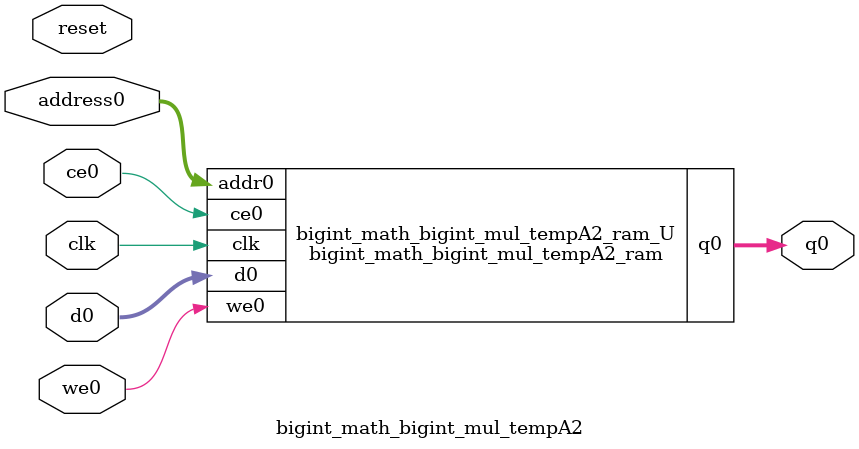
<source format=v>

`timescale 1 ns / 1 ps
module bigint_math_bigint_mul_tempA2_ram (addr0, ce0, d0, we0, q0,  clk);

parameter DWIDTH = 8;
parameter AWIDTH = 7;
parameter MEM_SIZE = 128;

input[AWIDTH-1:0] addr0;
input ce0;
input[DWIDTH-1:0] d0;
input we0;
output reg[DWIDTH-1:0] q0;
input clk;

(* ram_style = "block" *)reg [DWIDTH-1:0] ram[MEM_SIZE-1:0];




always @(posedge clk)  
begin 
    if (ce0) 
    begin
        if (we0) 
        begin 
            ram[addr0] <= d0; 
            q0 <= d0;
        end 
        else 
            q0 <= ram[addr0];
    end
end


endmodule


`timescale 1 ns / 1 ps
module bigint_math_bigint_mul_tempA2(
    reset,
    clk,
    address0,
    ce0,
    we0,
    d0,
    q0);

parameter DataWidth = 32'd8;
parameter AddressRange = 32'd128;
parameter AddressWidth = 32'd7;
input reset;
input clk;
input[AddressWidth - 1:0] address0;
input ce0;
input we0;
input[DataWidth - 1:0] d0;
output[DataWidth - 1:0] q0;



bigint_math_bigint_mul_tempA2_ram bigint_math_bigint_mul_tempA2_ram_U(
    .clk( clk ),
    .addr0( address0 ),
    .ce0( ce0 ),
    .d0( d0 ),
    .we0( we0 ),
    .q0( q0 ));

endmodule


</source>
